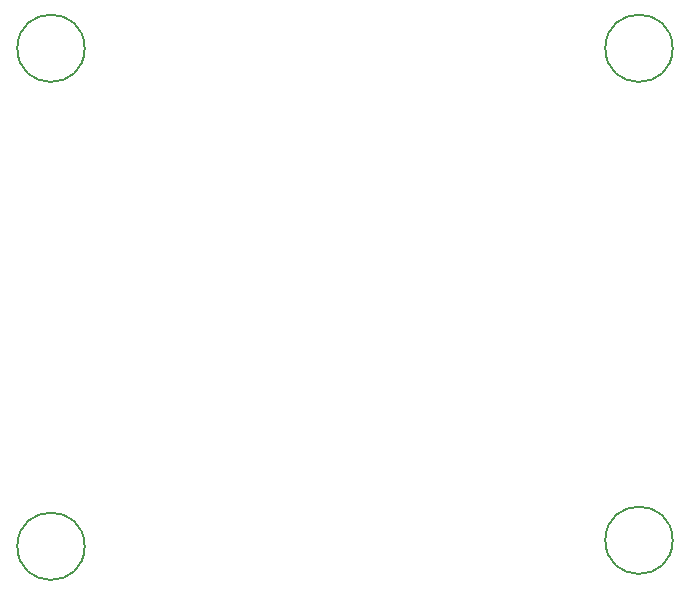
<source format=gbr>
G04 #@! TF.GenerationSoftware,KiCad,Pcbnew,(5.1.4-0-10_14)*
G04 #@! TF.CreationDate,2021-05-27T15:15:14+02:00*
G04 #@! TF.ProjectId,Untitled,556e7469-746c-4656-942e-6b696361645f,rev?*
G04 #@! TF.SameCoordinates,Original*
G04 #@! TF.FileFunction,Other,Comment*
%FSLAX46Y46*%
G04 Gerber Fmt 4.6, Leading zero omitted, Abs format (unit mm)*
G04 Created by KiCad (PCBNEW (5.1.4-0-10_14)) date 2021-05-27 15:15:14*
%MOMM*%
%LPD*%
G04 APERTURE LIST*
%ADD10C,0.150000*%
G04 APERTURE END LIST*
D10*
X158298000Y-41656000D02*
G75*
G03X158298000Y-41656000I-2850000J0D01*
G01*
X108514000Y-83820000D02*
G75*
G03X108514000Y-83820000I-2850000J0D01*
G01*
X158298000Y-83312000D02*
G75*
G03X158298000Y-83312000I-2850000J0D01*
G01*
X108514000Y-41656000D02*
G75*
G03X108514000Y-41656000I-2850000J0D01*
G01*
M02*

</source>
